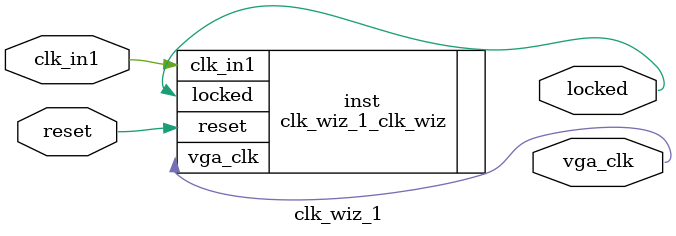
<source format=v>


`timescale 1ps/1ps

(* CORE_GENERATION_INFO = "clk_wiz_1,clk_wiz_v6_0_11_0_0,{component_name=clk_wiz_1,use_phase_alignment=true,use_min_o_jitter=false,use_max_i_jitter=false,use_dyn_phase_shift=false,use_inclk_switchover=false,use_dyn_reconfig=false,enable_axi=0,feedback_source=FDBK_AUTO,PRIMITIVE=MMCM,num_out_clk=1,clkin1_period=10.000,clkin2_period=10.000,use_power_down=false,use_reset=true,use_locked=true,use_inclk_stopped=false,feedback_type=SINGLE,CLOCK_MGR_TYPE=NA,manual_override=false}" *)

module clk_wiz_1 
 (
  // Clock out ports
  output        vga_clk,
  // Status and control signals
  input         reset,
  output        locked,
 // Clock in ports
  input         clk_in1
 );

  clk_wiz_1_clk_wiz inst
  (
  // Clock out ports  
  .vga_clk(vga_clk),
  // Status and control signals               
  .reset(reset), 
  .locked(locked),
 // Clock in ports
  .clk_in1(clk_in1)
  );

endmodule

</source>
